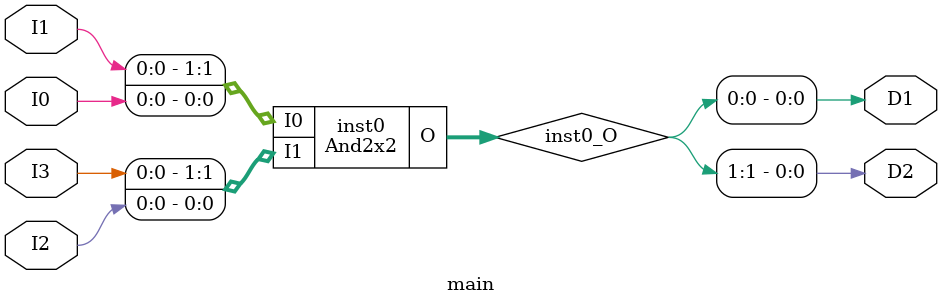
<source format=v>
module And2x2 (input [1:0] I0, input [1:0] I1, output [1:0] O);
wire  inst0_O;
wire  inst1_O;
SB_LUT4 #(.LUT_INIT(16'h8888)) inst0 (.I0(I0[0]), .I1(I1[0]), .I2(1'b0), .I3(1'b0), .O(inst0_O));
SB_LUT4 #(.LUT_INIT(16'h8888)) inst1 (.I0(I0[1]), .I1(I1[1]), .I2(1'b0), .I3(1'b0), .O(inst1_O));
assign O = {inst1_O,inst0_O};
endmodule

module main (input  I0, input  I1, input  I2, input  I3, output  D2, output  D1);
wire [1:0] inst0_O;
And2x2 inst0 (.I0({I1,I0}), .I1({I3,I2}), .O(inst0_O));
assign D2 = inst0_O[1];
assign D1 = inst0_O[0];
endmodule


</source>
